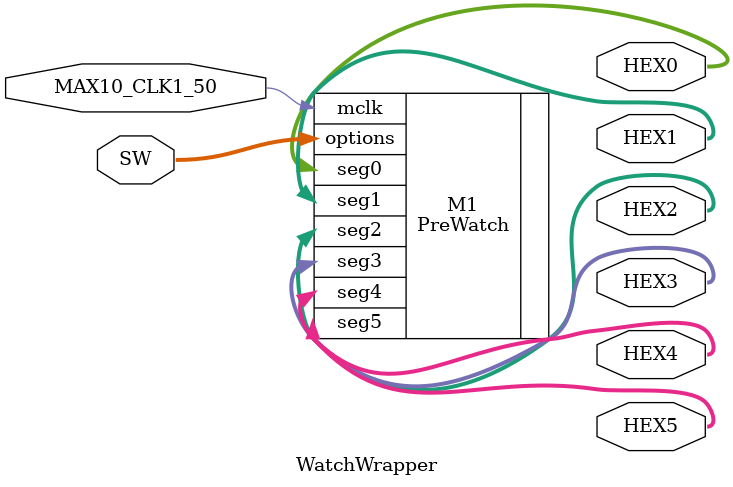
<source format=sv>
module WatchWrapper(
////////CLOCK
input 		          		MAX10_CLK1_50,
////////SEG7
output		     [6:0]		HEX0,
output		     [6:0]		HEX1,
output		     [6:0]		HEX2,
output		     [6:0]		HEX3,
output		     [6:0]		HEX4,
output		     [6:0]		HEX5,

////////SW
input 		     [9:0]		SW
);


PreWatch M1(.mclk(MAX10_CLK1_50), .options(SW), .seg0(HEX0), .seg1(HEX1), .seg2(HEX2), .seg3(HEX3), .seg4(HEX4), .seg5(HEX5));

endmodule 
</source>
